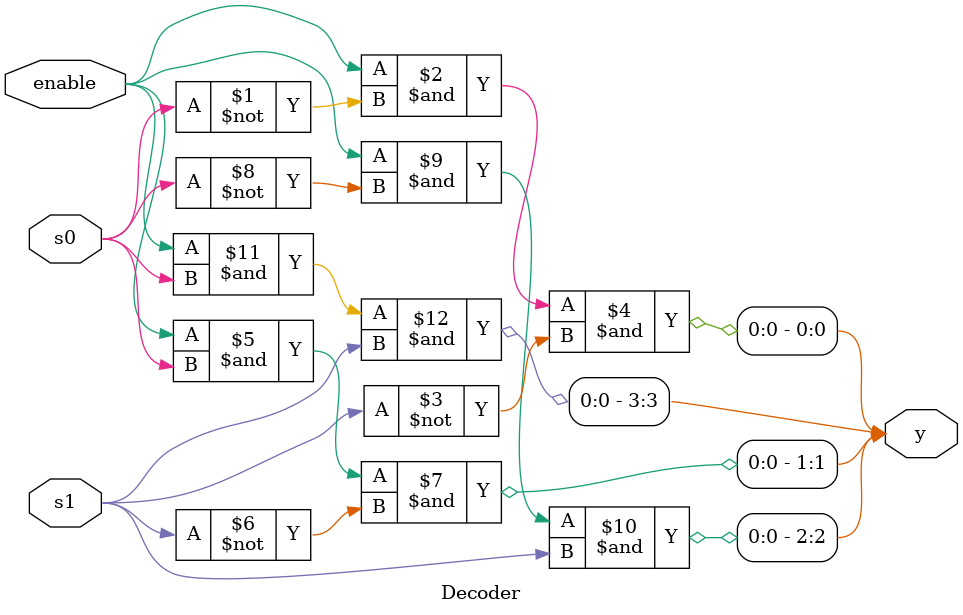
<source format=v>
`timescale 1ns / 1ps


module Decoder(output [3:0]y,input s0,s1,enable);
assign y[0] = (enable & ~s0 & ~s1);
assign y[1] = (enable & s0 & ~s1);
assign y[2] = (enable & ~s0 & s1);
assign y[3] = (enable & s0 & s1);
endmodule

</source>
